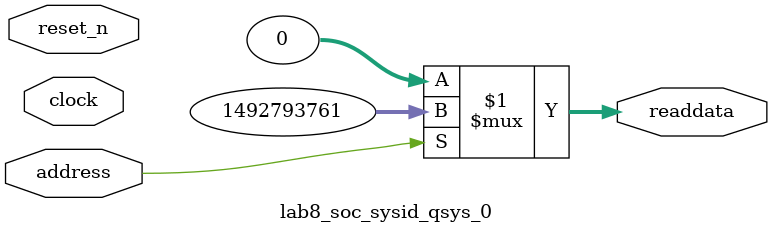
<source format=v>

`timescale 1ns / 1ps
// synthesis translate_on

// turn off superfluous verilog processor warnings 
// altera message_level Level1 
// altera message_off 10034 10035 10036 10037 10230 10240 10030 

module lab8_soc_sysid_qsys_0 (
               // inputs:
                address,
                clock,
                reset_n,

               // outputs:
                readdata
             )
;

  output  [ 31: 0] readdata;
  input            address;
  input            clock;
  input            reset_n;

  wire    [ 31: 0] readdata;
  //control_slave, which is an e_avalon_slave
  assign readdata = address ? 1492793761 : 0;

endmodule




</source>
